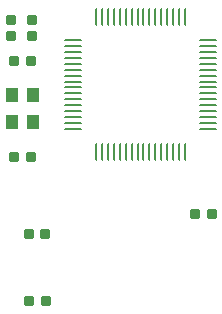
<source format=gtp>
G04*
G04 #@! TF.GenerationSoftware,Altium Limited,Altium Designer,23.3.1 (30)*
G04*
G04 Layer_Color=8421504*
%FSLAX44Y44*%
%MOMM*%
G71*
G04*
G04 #@! TF.SameCoordinates,DEEDA602-8963-42E2-A134-3CDC50A55A7F*
G04*
G04*
G04 #@! TF.FilePolarity,Positive*
G04*
G01*
G75*
G04:AMPARAMS|DCode=16|XSize=0.85mm|YSize=0.85mm|CornerRadius=0.2125mm|HoleSize=0mm|Usage=FLASHONLY|Rotation=270.000|XOffset=0mm|YOffset=0mm|HoleType=Round|Shape=RoundedRectangle|*
%AMROUNDEDRECTD16*
21,1,0.8500,0.4250,0,0,270.0*
21,1,0.4250,0.8500,0,0,270.0*
1,1,0.4250,-0.2125,-0.2125*
1,1,0.4250,-0.2125,0.2125*
1,1,0.4250,0.2125,0.2125*
1,1,0.4250,0.2125,-0.2125*
%
%ADD16ROUNDEDRECTD16*%
G04:AMPARAMS|DCode=17|XSize=1.5mm|YSize=0.25mm|CornerRadius=0.0625mm|HoleSize=0mm|Usage=FLASHONLY|Rotation=90.000|XOffset=0mm|YOffset=0mm|HoleType=Round|Shape=RoundedRectangle|*
%AMROUNDEDRECTD17*
21,1,1.5000,0.1250,0,0,90.0*
21,1,1.3750,0.2500,0,0,90.0*
1,1,0.1250,0.0625,0.6875*
1,1,0.1250,0.0625,-0.6875*
1,1,0.1250,-0.0625,-0.6875*
1,1,0.1250,-0.0625,0.6875*
%
%ADD17ROUNDEDRECTD17*%
G04:AMPARAMS|DCode=18|XSize=0.25mm|YSize=1.5mm|CornerRadius=0.0625mm|HoleSize=0mm|Usage=FLASHONLY|Rotation=90.000|XOffset=0mm|YOffset=0mm|HoleType=Round|Shape=RoundedRectangle|*
%AMROUNDEDRECTD18*
21,1,0.2500,1.3750,0,0,90.0*
21,1,0.1250,1.5000,0,0,90.0*
1,1,0.1250,0.6875,0.0625*
1,1,0.1250,0.6875,-0.0625*
1,1,0.1250,-0.6875,-0.0625*
1,1,0.1250,-0.6875,0.0625*
%
%ADD18ROUNDEDRECTD18*%
%ADD19R,1.0500X1.3000*%
G04:AMPARAMS|DCode=20|XSize=0.85mm|YSize=0.85mm|CornerRadius=0.2125mm|HoleSize=0mm|Usage=FLASHONLY|Rotation=0.000|XOffset=0mm|YOffset=0mm|HoleType=Round|Shape=RoundedRectangle|*
%AMROUNDEDRECTD20*
21,1,0.8500,0.4250,0,0,0.0*
21,1,0.4250,0.8500,0,0,0.0*
1,1,0.4250,0.2125,-0.2125*
1,1,0.4250,-0.2125,-0.2125*
1,1,0.4250,-0.2125,0.2125*
1,1,0.4250,0.2125,0.2125*
%
%ADD20ROUNDEDRECTD20*%
D16*
X130750Y398250D02*
D03*
X116750D02*
D03*
X117250Y342000D02*
D03*
X131250D02*
D03*
X104500Y463750D02*
D03*
X118500D02*
D03*
Y545250D02*
D03*
X104500D02*
D03*
X271750Y415750D02*
D03*
X257750D02*
D03*
D17*
X174000Y582750D02*
D03*
X179000D02*
D03*
X184000D02*
D03*
X189000D02*
D03*
X194000D02*
D03*
X199000D02*
D03*
X204000D02*
D03*
X209000D02*
D03*
X214000D02*
D03*
X219000D02*
D03*
X224000D02*
D03*
X229000D02*
D03*
X234000D02*
D03*
X239000D02*
D03*
X244000D02*
D03*
X249000D02*
D03*
Y467750D02*
D03*
X244000D02*
D03*
X239000D02*
D03*
X234000D02*
D03*
X229000D02*
D03*
X224000D02*
D03*
X219000D02*
D03*
X214000D02*
D03*
X209000D02*
D03*
X204000D02*
D03*
X199000D02*
D03*
X194000D02*
D03*
X189000D02*
D03*
X184000D02*
D03*
X179000D02*
D03*
X174000D02*
D03*
D18*
X154000Y487750D02*
D03*
Y492750D02*
D03*
Y497750D02*
D03*
Y502750D02*
D03*
Y507750D02*
D03*
Y512750D02*
D03*
Y517750D02*
D03*
Y522750D02*
D03*
Y527750D02*
D03*
Y532750D02*
D03*
Y537750D02*
D03*
Y542750D02*
D03*
Y547750D02*
D03*
Y552750D02*
D03*
Y557750D02*
D03*
Y562750D02*
D03*
X269000D02*
D03*
Y557750D02*
D03*
Y552750D02*
D03*
Y547750D02*
D03*
Y542750D02*
D03*
Y537750D02*
D03*
Y532750D02*
D03*
Y527750D02*
D03*
Y522750D02*
D03*
Y517750D02*
D03*
Y512750D02*
D03*
Y507750D02*
D03*
Y502750D02*
D03*
Y497750D02*
D03*
Y492750D02*
D03*
Y487750D02*
D03*
D19*
X120750Y493750D02*
D03*
X102250D02*
D03*
Y516750D02*
D03*
X120750D02*
D03*
D20*
X119250Y580250D02*
D03*
Y566250D02*
D03*
X101750Y566000D02*
D03*
Y580000D02*
D03*
M02*

</source>
